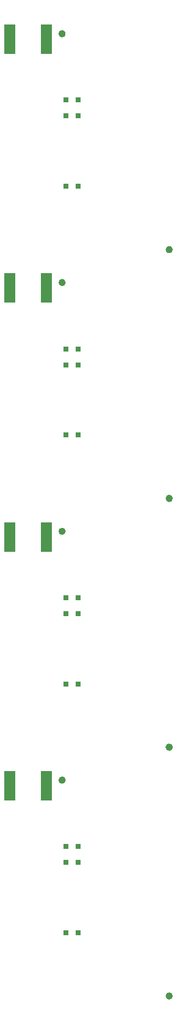
<source format=gtp>
G04*
G04 #@! TF.GenerationSoftware,Altium Limited,Altium Designer,18.1.7 (191)*
G04*
G04 Layer_Color=8421504*
%FSLAX25Y25*%
%MOIN*%
G70*
G01*
G75*
%ADD10R,0.03150X0.03150*%
%ADD13R,0.06000X0.16000*%
%ADD47C,0.01968*%
D10*
X57627Y93367D02*
D03*
X64123D02*
D03*
X57627Y46500D02*
D03*
X64123D02*
D03*
X57627Y84768D02*
D03*
X64123D02*
D03*
X57627Y228781D02*
D03*
X64123D02*
D03*
X57627Y181913D02*
D03*
X64123D02*
D03*
X57627Y220181D02*
D03*
X64123D02*
D03*
X57627Y364194D02*
D03*
X64123D02*
D03*
X57627Y317327D02*
D03*
X64123D02*
D03*
X57627Y355594D02*
D03*
X64123D02*
D03*
X57627Y499608D02*
D03*
X64123D02*
D03*
X57627Y452740D02*
D03*
X64123D02*
D03*
X57627Y491008D02*
D03*
X64123D02*
D03*
D13*
X46900Y126500D02*
D03*
X26900D02*
D03*
X46900Y261913D02*
D03*
X26900D02*
D03*
X46900Y397327D02*
D03*
X26900D02*
D03*
X46900Y532740D02*
D03*
X26900D02*
D03*
D47*
X56484Y129500D02*
G03*
X56484Y129500I-984J0D01*
G01*
X114984Y12000D02*
G03*
X114984Y12000I-984J0D01*
G01*
X56484Y264913D02*
G03*
X56484Y264913I-984J0D01*
G01*
X114984Y147413D02*
G03*
X114984Y147413I-984J0D01*
G01*
X56484Y400327D02*
G03*
X56484Y400327I-984J0D01*
G01*
X114984Y282827D02*
G03*
X114984Y282827I-984J0D01*
G01*
X56484Y535740D02*
G03*
X56484Y535740I-984J0D01*
G01*
X114984Y418240D02*
G03*
X114984Y418240I-984J0D01*
G01*
M02*

</source>
